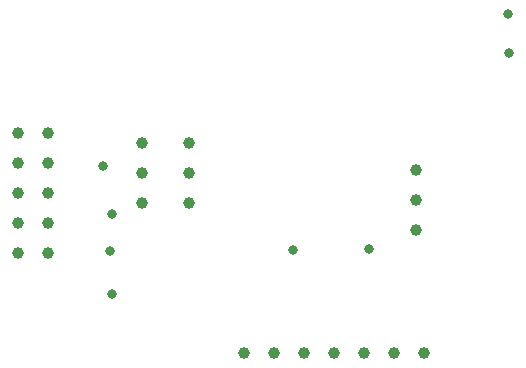
<source format=gbr>
%TF.GenerationSoftware,KiCad,Pcbnew,8.0.2*%
%TF.CreationDate,2025-07-17T16:22:44+07:00*%
%TF.ProjectId,PicoLink,5069636f-4c69-46e6-9b2e-6b696361645f,rev?*%
%TF.SameCoordinates,Original*%
%TF.FileFunction,Plated,1,2,PTH,Drill*%
%TF.FilePolarity,Positive*%
%FSLAX46Y46*%
G04 Gerber Fmt 4.6, Leading zero omitted, Abs format (unit mm)*
G04 Created by KiCad (PCBNEW 8.0.2) date 2025-07-17 16:22:44*
%MOMM*%
%LPD*%
G01*
G04 APERTURE LIST*
%TA.AperFunction,ViaDrill*%
%ADD10C,0.800000*%
%TD*%
%TA.AperFunction,ComponentDrill*%
%ADD11C,1.000000*%
%TD*%
G04 APERTURE END LIST*
D10*
X136550000Y-91750000D03*
X137109099Y-98909099D03*
X137300000Y-95800000D03*
X137301471Y-102600000D03*
X152600000Y-98825000D03*
X159050000Y-98750000D03*
X170850000Y-78837500D03*
X170900000Y-82200000D03*
D11*
%TO.C,J3*%
X129360000Y-88920000D03*
X129360000Y-91460000D03*
X129360000Y-94000000D03*
X129360000Y-96540000D03*
X129360000Y-99080000D03*
X131900000Y-88920000D03*
X131900000Y-91460000D03*
X131900000Y-94000000D03*
X131900000Y-96540000D03*
X131900000Y-99080000D03*
%TO.C,J4*%
X139850000Y-89775000D03*
X139850000Y-92315000D03*
X139850000Y-94855000D03*
%TO.C,J7*%
X143800000Y-89760000D03*
X143800000Y-92300000D03*
X143800000Y-94840000D03*
%TO.C,J8*%
X148430000Y-107600000D03*
X150970000Y-107600000D03*
X153510000Y-107600000D03*
X156050000Y-107600000D03*
X158590000Y-107600000D03*
X161130000Y-107600000D03*
%TO.C,J9*%
X163000000Y-94600000D03*
X163000001Y-92060003D03*
X163000001Y-97140003D03*
%TO.C,J8*%
X163670000Y-107600000D03*
M02*

</source>
